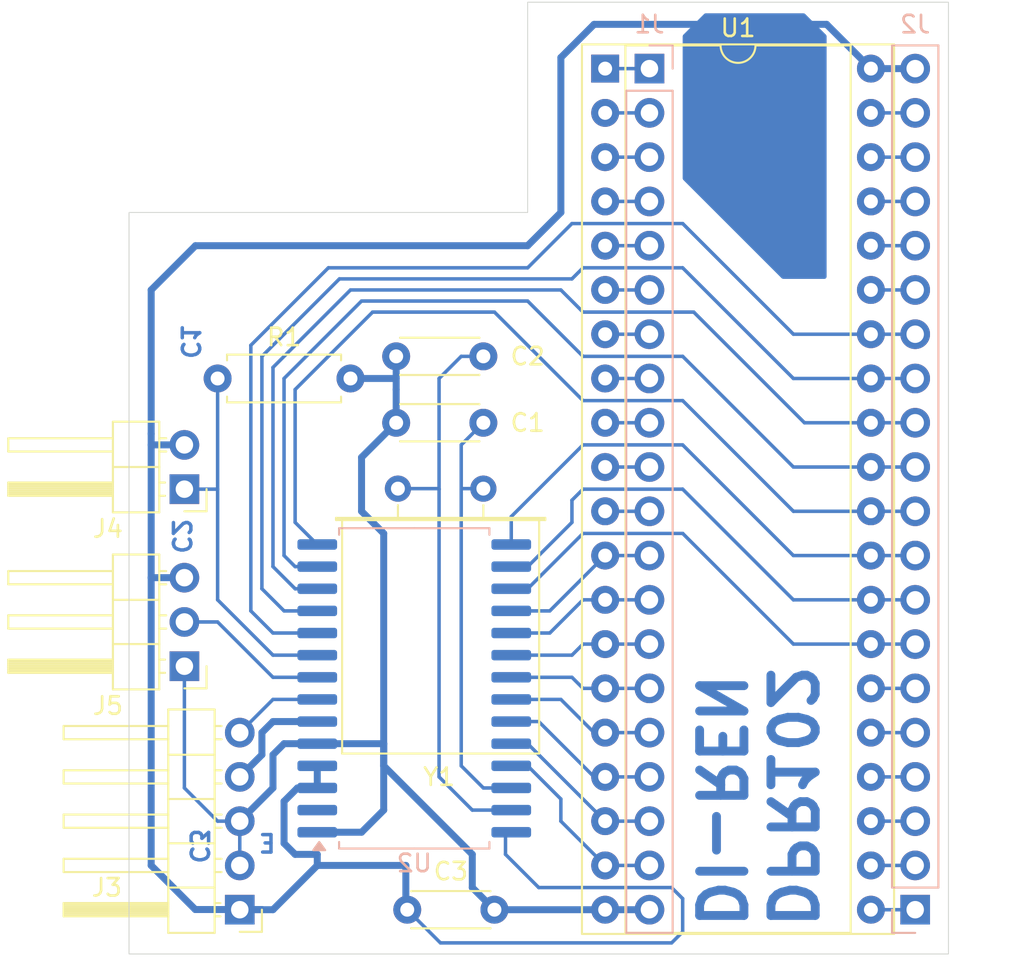
<source format=kicad_pcb>
(kicad_pcb (version 20240108) (generator "pcbnew") (generator_version "8.0")
  (title_block (title "DIREN Keyboard Interface for Sinclair QL") (date "2024-07-30") (rev "0") (company "by Alvaro Alea"))
  (layers (0 "F.Cu" signal) (31 "B.Cu" signal) (34 "B.Paste" user) (35 "F.Paste" user) (36 "B.SilkS" user "B.Silkscreen") (37 "F.SilkS" user "F.Silkscreen") (38 "B.Mask" user) (39 "F.Mask" user) (44 "Edge.Cuts" user))
  (net 0 "")
  (net 1 "Net-(U2-OSC1{slash}CLKIN)")
  (net 2 "GND")
  (net 3 "Net-(U2-OSC2{slash}CLKOUT)")
  (net 4 "+5V")
  (net 5 "Net-(J1-Pin_6)")
  (net 6 "Net-(J1-Pin_2)")
  (net 7 "Net-(J1-Pin_8)")
  (net 8 "Net-(J1-Pin_4)")
  (net 9 "Net-(J1-Pin_5)")
  (net 10 "Net-(J1-Pin_7)")
  (net 11 "Net-(J1-Pin_1)")
  (net 12 "Net-(J1-Pin_3)")
  (net 13 "Net-(J2-Pin_5)")
  (net 14 "Net-(J2-Pin_2)")
  (net 15 "Net-(J2-Pin_1)")
  (net 16 "Net-(J2-Pin_3)")
  (net 17 "Net-(J2-Pin_6)")
  (net 18 "Net-(J2-Pin_4)")
  (net 19 "Net-(J3-Pin_4)")
  (net 20 "Net-(J3-Pin_5)")
  (net 21 "Net-(J4-Pin_1)")
  (net 22 "Net-(J5-Pin_2)")
  (net 24 "/KBI06")
  (net 25 "/KBI01")
  (net 26 "/KBI05")
  (net 27 "/KBI03")
  (net 28 "/KBI04")
  (net 29 "/KBI07")
  (net 30 "/KBI02")
  (net 31 "/KBI00")
  (net 32 "Net-(J2-Pin_18)")
  (net 33 "Net-(J2-Pin_19)")
  (net 34 "Net-(J2-Pin_16)")
  (net 35 "Net-(J2-Pin_15)")
  (net 36 "Net-(J2-Pin_17)")
  (net 37 "Net-(J1-Pin_9)")
  (net 38 "Net-(J1-Pin_11)")
  (net 39 "Net-(J1-Pin_10)")
  (net 40 "/KBO03")
  (net 41 "/KBO02")
  (net 42 "/KBO05")
  (net 43 "/KBO00")
  (net 44 "/KBO07")
  (net 45 "/KBO04")
  (net 46 "/KBO06")
  (net 47 "/KBO01")
  (footprint "Package_DIP:DIP-40_W15.24mm_Socket" (layer "F.Cu") (at 101.6 63.5)
    (property "Reference" "U1" (at 7.62 -2.33 0) (layer "F.SilkS"))
    (property "Value" "8749")
    (pad "1" thru_hole rect (at 0 0) (size 1.6 1.6) (drill 0.8) (layers "*.Cu" "*.Mask") (net 11 "Net-(J1-Pin_1)"))
    (pad "2" thru_hole oval (at 0 2.54) (size 1.6 1.6) (drill 0.8) (layers "*.Cu" "*.Mask") (net 6 "Net-(J1-Pin_2)"))
    (pad "3" thru_hole oval (at 0 5.08) (size 1.6 1.6) (drill 0.8) (layers "*.Cu" "*.Mask") (net 12 "Net-(J1-Pin_3)"))
    (pad "4" thru_hole oval (at 0 7.62) (size 1.6 1.6) (drill 0.8) (layers "*.Cu" "*.Mask") (net 8 "Net-(J1-Pin_4)"))
    (pad "5" thru_hole oval (at 0 10.16) (size 1.6 1.6) (drill 0.8) (layers "*.Cu" "*.Mask") (net 9 "Net-(J1-Pin_5)"))
    (pad "6" thru_hole oval (at 0 12.7) (size 1.6 1.6) (drill 0.8) (layers "*.Cu" "*.Mask") (net 5 "Net-(J1-Pin_6)"))
    (pad "7" thru_hole oval (at 0 15.24) (size 1.6 1.6) (drill 0.8) (layers "*.Cu" "*.Mask") (net 10 "Net-(J1-Pin_7)"))
    (pad "8" thru_hole oval (at 0 17.78) (size 1.6 1.6) (drill 0.8) (layers "*.Cu" "*.Mask") (net 7 "Net-(J1-Pin_8)"))
    (pad "9" thru_hole oval (at 0 20.32) (size 1.6 1.6) (drill 0.8) (layers "*.Cu" "*.Mask") (net 37 "Net-(J1-Pin_9)"))
    (pad "10" thru_hole oval (at 0 22.86) (size 1.6 1.6) (drill 0.8) (layers "*.Cu" "*.Mask") (net 39 "Net-(J1-Pin_10)"))
    (pad "11" thru_hole oval (at 0 25.4) (size 1.6 1.6) (drill 0.8) (layers "*.Cu" "*.Mask") (net 38 "Net-(J1-Pin_11)"))
    (pad "12" thru_hole oval (at 0 27.94) (size 1.6 1.6) (drill 0.8) (layers "*.Cu" "*.Mask") (net 31 "/KBI00"))
    (pad "13" thru_hole oval (at 0 30.48) (size 1.6 1.6) (drill 0.8) (layers "*.Cu" "*.Mask") (net 25 "/KBI01"))
    (pad "14" thru_hole oval (at 0 33.02) (size 1.6 1.6) (drill 0.8) (layers "*.Cu" "*.Mask") (net 30 "/KBI02"))
    (pad "15" thru_hole oval (at 0 35.56) (size 1.6 1.6) (drill 0.8) (layers "*.Cu" "*.Mask") (net 27 "/KBI03"))
    (pad "16" thru_hole oval (at 0 38.1) (size 1.6 1.6) (drill 0.8) (layers "*.Cu" "*.Mask") (net 28 "/KBI04"))
    (pad "17" thru_hole oval (at 0 40.64) (size 1.6 1.6) (drill 0.8) (layers "*.Cu" "*.Mask") (net 26 "/KBI05"))
    (pad "18" thru_hole oval (at 0 43.18) (size 1.6 1.6) (drill 0.8) (layers "*.Cu" "*.Mask") (net 24 "/KBI06"))
    (pad "19" thru_hole oval (at 0 45.72) (size 1.6 1.6) (drill 0.8) (layers "*.Cu" "*.Mask") (net 29 "/KBI07"))
    (pad "20" thru_hole oval (at 0 48.26) (size 1.6 1.6) (drill 0.8) (layers "*.Cu" "*.Mask") (net 2 "GND"))
    (pad "21" thru_hole oval (at 15.24 48.26) (size 1.6 1.6) (drill 0.8) (layers "*.Cu" "*.Mask") (net 15 "Net-(J2-Pin_1)"))
    (pad "22" thru_hole oval (at 15.24 45.72) (size 1.6 1.6) (drill 0.8) (layers "*.Cu" "*.Mask") (net 14 "Net-(J2-Pin_2)"))
    (pad "23" thru_hole oval (at 15.24 43.18) (size 1.6 1.6) (drill 0.8) (layers "*.Cu" "*.Mask") (net 16 "Net-(J2-Pin_3)"))
    (pad "24" thru_hole oval (at 15.24 40.64) (size 1.6 1.6) (drill 0.8) (layers "*.Cu" "*.Mask") (net 18 "Net-(J2-Pin_4)"))
    (pad "25" thru_hole oval (at 15.24 38.1) (size 1.6 1.6) (drill 0.8) (layers "*.Cu" "*.Mask") (net 13 "Net-(J2-Pin_5)"))
    (pad "26" thru_hole oval (at 15.24 35.56) (size 1.6 1.6) (drill 0.8) (layers "*.Cu" "*.Mask") (net 17 "Net-(J2-Pin_6)"))
    (pad "27" thru_hole oval (at 15.24 33.02) (size 1.6 1.6) (drill 0.8) (layers "*.Cu" "*.Mask") (net 43 "/KBO00"))
    (pad "28" thru_hole oval (at 15.24 30.48) (size 1.6 1.6) (drill 0.8) (layers "*.Cu" "*.Mask") (net 47 "/KBO01"))
    (pad "29" thru_hole oval (at 15.24 27.94) (size 1.6 1.6) (drill 0.8) (layers "*.Cu" "*.Mask") (net 41 "/KBO02"))
    (pad "30" thru_hole oval (at 15.24 25.4) (size 1.6 1.6) (drill 0.8) (layers "*.Cu" "*.Mask") (net 40 "/KBO03"))
    (pad "31" thru_hole oval (at 15.24 22.86) (size 1.6 1.6) (drill 0.8) (layers "*.Cu" "*.Mask") (net 45 "/KBO04"))
    (pad "32" thru_hole oval (at 15.24 20.32) (size 1.6 1.6) (drill 0.8) (layers "*.Cu" "*.Mask") (net 42 "/KBO05"))
    (pad "33" thru_hole oval (at 15.24 17.78) (size 1.6 1.6) (drill 0.8) (layers "*.Cu" "*.Mask") (net 46 "/KBO06"))
    (pad "34" thru_hole oval (at 15.24 15.24) (size 1.6 1.6) (drill 0.8) (layers "*.Cu" "*.Mask") (net 44 "/KBO07"))
    (pad "35" thru_hole oval (at 15.24 12.7) (size 1.6 1.6) (drill 0.8) (layers "*.Cu" "*.Mask") (net 35 "Net-(J2-Pin_15)"))
    (pad "36" thru_hole oval (at 15.24 10.16) (size 1.6 1.6) (drill 0.8) (layers "*.Cu" "*.Mask") (net 34 "Net-(J2-Pin_16)"))
    (pad "37" thru_hole oval (at 15.24 7.62) (size 1.6 1.6) (drill 0.8) (layers "*.Cu" "*.Mask") (net 36 "Net-(J2-Pin_17)"))
    (pad "38" thru_hole oval (at 15.24 5.08) (size 1.6 1.6) (drill 0.8) (layers "*.Cu" "*.Mask") (net 32 "Net-(J2-Pin_18)"))
    (pad "39" thru_hole oval (at 15.24 2.54) (size 1.6 1.6) (drill 0.8) (layers "*.Cu" "*.Mask") (net 33 "Net-(J2-Pin_19)"))
    (pad "40" thru_hole oval (at 15.24 0) (size 1.6 1.6) (drill 0.8) (layers "*.Cu" "*.Mask") (net 4 "+5V"))
  )
  (footprint "Connector_PinHeader_2.54mm:PinHeader_1x03_P2.54mm_Horizontal" (layer "F.Cu") (at 77.47 97.79 180)
    (property "Reference" "J5" (at 4.385 -2.27 0) (layer "F.SilkS"))
    (property "Value" "Conn_01x03")
    (pad "1" thru_hole rect (at 0 0 180) (size 1.7 1.7) (drill 1) (layers "*.Cu" "*.Mask") (net 2 "GND"))
    (pad "2" thru_hole oval (at 0 2.54 180) (size 1.7 1.7) (drill 1) (layers "*.Cu" "*.Mask") (net 22 "Net-(J5-Pin_2)"))
    (pad "3" thru_hole oval (at 0 5.08 180) (size 1.7 1.7) (drill 1) (layers "*.Cu" "*.Mask") (net 4 "+5V"))
  )
  (footprint "Capacitor_THT:C_Disc_D4.3mm_W1.9mm_P5.00mm" (layer "F.Cu") (at 94.615 80.01 180)
    (property "Reference" "C2" (at -2.54 0 0) (layer "F.SilkS"))
    (property "Value" "27p")
    (pad "1" thru_hole circle (at 0 0 180) (size 1.6 1.6) (drill 0.8) (layers "*.Cu" "*.Mask") (net 1 "Net-(U2-OSC1{slash}CLKIN)"))
    (pad "2" thru_hole circle (at 5 0 180) (size 1.6 1.6) (drill 0.8) (layers "*.Cu" "*.Mask") (net 2 "GND"))
  )
  (footprint "Capacitor_THT:C_Disc_D4.3mm_W1.9mm_P5.00mm" (layer "F.Cu") (at 94.615 83.82 180)
    (property "Reference" "C1" (at -2.54 0 0) (layer "F.SilkS"))
    (property "Value" "27p")
    (pad "1" thru_hole circle (at 0 0 180) (size 1.6 1.6) (drill 0.8) (layers "*.Cu" "*.Mask") (net 3 "Net-(U2-OSC2{slash}CLKOUT)"))
    (pad "2" thru_hole circle (at 5 0 180) (size 1.6 1.6) (drill 0.8) (layers "*.Cu" "*.Mask") (net 2 "GND"))
  )
  (footprint "Capacitor_THT:C_Disc_D4.3mm_W1.9mm_P5.00mm" (layer "F.Cu") (at 90.25 111.76)
    (property "Reference" "C3" (at 2.5 -2.2 0) (layer "F.SilkS"))
    (property "Value" "100n")
    (pad "1" thru_hole circle (at 0 0) (size 1.6 1.6) (drill 0.8) (layers "*.Cu" "*.Mask") (net 4 "+5V"))
    (pad "2" thru_hole circle (at 5 0) (size 1.6 1.6) (drill 0.8) (layers "*.Cu" "*.Mask") (net 2 "GND"))
  )
  (footprint "Crystal:Crystal_HC49-U_Horizontal" (layer "F.Cu") (at 89.715 87.6)
    (property "Reference" "Y1" (at 2.36 16.54 180) (layer "F.SilkS"))
    (property "Value" "20Mhz")
    (pad "1" thru_hole circle (at 0 0) (size 1.5 1.5) (drill 0.8) (layers "*.Cu" "*.Mask") (net 1 "Net-(U2-OSC1{slash}CLKIN)"))
    (pad "2" thru_hole circle (at 4.9 0) (size 1.5 1.5) (drill 0.8) (layers "*.Cu" "*.Mask") (net 3 "Net-(U2-OSC2{slash}CLKOUT)"))
  )
  (footprint "Connector_PinHeader_2.54mm:PinHeader_1x02_P2.54mm_Horizontal" (layer "F.Cu") (at 77.47 87.63 180)
    (property "Reference" "J4" (at 4.385 -2.27 0) (layer "F.SilkS"))
    (property "Value" "Conn_01x02")
    (pad "1" thru_hole rect (at 0 0 180) (size 1.7 1.7) (drill 1) (layers "*.Cu" "*.Mask") (net 21 "Net-(J4-Pin_1)"))
    (pad "2" thru_hole oval (at 0 2.54 180) (size 1.7 1.7) (drill 1) (layers "*.Cu" "*.Mask") (net 4 "+5V"))
  )
  (footprint "Resistor_THT:R_Axial_DIN0207_L6.3mm_D2.5mm_P7.62mm_Horizontal" (layer "F.Cu") (at 79.375 81.28)
    (property "Reference" "R1" (at 3.81 -2.37 0) (layer "F.SilkS"))
    (property "Value" "4K7")
    (pad "1" thru_hole circle (at 0 0) (size 1.6 1.6) (drill 0.8) (layers "*.Cu" "*.Mask") (net 21 "Net-(J4-Pin_1)"))
    (pad "2" thru_hole oval (at 7.62 0) (size 1.6 1.6) (drill 0.8) (layers "*.Cu" "*.Mask") (net 2 "GND"))
  )
  (footprint "Connector_PinHeader_2.54mm:PinHeader_1x05_P2.54mm_Horizontal" (layer "F.Cu") (at 80.645 111.76 180)
    (property "Reference" "J3" (at 7.62 1.27 0) (layer "F.SilkS"))
    (property "Value" "Conn_01x05")
    (pad "1" thru_hole rect (at 0 0 180) (size 1.7 1.7) (drill 1) (layers "*.Cu" "*.Mask") (net 4 "+5V"))
    (pad "2" thru_hole oval (at 0 2.54 180) (size 1.7 1.7) (drill 1) (layers "*.Cu" "*.Mask") (net 2 "GND"))
    (pad "3" thru_hole oval (at 0 5.08 180) (size 1.7 1.7) (drill 1) (layers "*.Cu" "*.Mask") (net 2 "GND"))
    (pad "4" thru_hole oval (at 0 7.62 180) (size 1.7 1.7) (drill 1) (layers "*.Cu" "*.Mask") (net 19 "Net-(J3-Pin_4)"))
    (pad "5" thru_hole oval (at 0 10.16 180) (size 1.7 1.7) (drill 1) (layers "*.Cu" "*.Mask") (net 20 "Net-(J3-Pin_5)"))
  )
  (footprint "Connector_PinHeader_2.54mm:PinHeader_1x20_P2.54mm_Vertical" (layer "B.Cu") (at 119.38 111.76)
    (property "Reference" "J2" (at 0 -50.8 0) (layer "B.SilkS") (effects (justify mirror)))
    (property "Value" "Conn_01x20_Pin")
    (pad "1" thru_hole rect (at 0 0) (size 1.7 1.7) (drill 1) (layers "*.Cu" "*.Mask") (net 15 "Net-(J2-Pin_1)"))
    (pad "2" thru_hole oval (at 0 -2.54) (size 1.7 1.7) (drill 1) (layers "*.Cu" "*.Mask") (net 14 "Net-(J2-Pin_2)"))
    (pad "3" thru_hole oval (at 0 -5.08) (size 1.7 1.7) (drill 1) (layers "*.Cu" "*.Mask") (net 16 "Net-(J2-Pin_3)"))
    (pad "4" thru_hole oval (at 0 -7.62) (size 1.7 1.7) (drill 1) (layers "*.Cu" "*.Mask") (net 18 "Net-(J2-Pin_4)"))
    (pad "5" thru_hole oval (at 0 -10.16) (size 1.7 1.7) (drill 1) (layers "*.Cu" "*.Mask") (net 13 "Net-(J2-Pin_5)"))
    (pad "6" thru_hole oval (at 0 -12.7) (size 1.7 1.7) (drill 1) (layers "*.Cu" "*.Mask") (net 17 "Net-(J2-Pin_6)"))
    (pad "7" thru_hole oval (at 0 -15.24) (size 1.7 1.7) (drill 1) (layers "*.Cu" "*.Mask") (net 43 "/KBO00"))
    (pad "8" thru_hole oval (at 0 -17.78) (size 1.7 1.7) (drill 1) (layers "*.Cu" "*.Mask") (net 47 "/KBO01"))
    (pad "9" thru_hole oval (at 0 -20.32) (size 1.7 1.7) (drill 1) (layers "*.Cu" "*.Mask") (net 41 "/KBO02"))
    (pad "10" thru_hole oval (at 0 -22.86) (size 1.7 1.7) (drill 1) (layers "*.Cu" "*.Mask") (net 40 "/KBO03"))
    (pad "11" thru_hole oval (at 0 -25.4) (size 1.7 1.7) (drill 1) (layers "*.Cu" "*.Mask") (net 45 "/KBO04"))
    (pad "12" thru_hole oval (at 0 -27.94) (size 1.7 1.7) (drill 1) (layers "*.Cu" "*.Mask") (net 42 "/KBO05"))
    (pad "13" thru_hole oval (at 0 -30.48) (size 1.7 1.7) (drill 1) (layers "*.Cu" "*.Mask") (net 46 "/KBO06"))
    (pad "14" thru_hole oval (at 0 -33.02) (size 1.7 1.7) (drill 1) (layers "*.Cu" "*.Mask") (net 44 "/KBO07"))
    (pad "15" thru_hole oval (at 0 -35.56) (size 1.7 1.7) (drill 1) (layers "*.Cu" "*.Mask") (net 35 "Net-(J2-Pin_15)"))
    (pad "16" thru_hole oval (at 0 -38.1) (size 1.7 1.7) (drill 1) (layers "*.Cu" "*.Mask") (net 34 "Net-(J2-Pin_16)"))
    (pad "17" thru_hole oval (at 0 -40.64) (size 1.7 1.7) (drill 1) (layers "*.Cu" "*.Mask") (net 36 "Net-(J2-Pin_17)"))
    (pad "18" thru_hole oval (at 0 -43.18) (size 1.7 1.7) (drill 1) (layers "*.Cu" "*.Mask") (net 32 "Net-(J2-Pin_18)"))
    (pad "19" thru_hole oval (at 0 -45.72) (size 1.7 1.7) (drill 1) (layers "*.Cu" "*.Mask") (net 33 "Net-(J2-Pin_19)"))
    (pad "20" thru_hole oval (at 0 -48.26) (size 1.7 1.7) (drill 1) (layers "*.Cu" "*.Mask") (net 4 "+5V"))
  )
  (footprint "Package_SO:SOP-28_8.4x18.16mm_P1.27mm" (layer "B.Cu") (at 90.6525 99.06)
    (property "Reference" "U2" (at 0 10.03 180) (layer "B.SilkS") (effects (justify mirror)))
    (property "Value" "PIC16C5X")
    (pad "1" smd roundrect (at -5.5625 8.255) (size 2.275 0.6) (layers "B.Cu" "B.Paste" "B.Mask") (net 2 "GND"))
    (pad "2" smd roundrect (at -5.5625 6.985) (size 2.275 0.6) (layers "B.Cu" "B.Paste" "B.Mask"))
    (pad "3" smd roundrect (at -5.5625 5.715) (size 2.275 0.6) (layers "B.Cu" "B.Paste" "B.Mask") (net 4 "+5V"))
    (pad "4" smd roundrect (at -5.5625 4.445) (size 2.275 0.6) (layers "B.Cu" "B.Paste" "B.Mask") (net 4 "+5V"))
    (pad "5" smd roundrect (at -5.5625 3.175) (size 2.275 0.6) (layers "B.Cu" "B.Paste" "B.Mask") (net 2 "GND"))
    (pad "6" smd roundrect (at -5.5625 1.905) (size 2.275 0.6) (layers "B.Cu" "B.Paste" "B.Mask") (net 19 "Net-(J3-Pin_4)"))
    (pad "7" smd roundrect (at -5.5625 0.635) (size 2.275 0.6) (layers "B.Cu" "B.Paste" "B.Mask") (net 20 "Net-(J3-Pin_5)"))
    (pad "8" smd roundrect (at -5.5625 -0.635) (size 2.275 0.6) (layers "B.Cu" "B.Paste" "B.Mask") (net 22 "Net-(J5-Pin_2)"))
    (pad "9" smd roundrect (at -5.5625 -1.905) (size 2.275 0.6) (layers "B.Cu" "B.Paste" "B.Mask") (net 21 "Net-(J4-Pin_1)"))
    (pad "10" smd roundrect (at -5.5625 -3.175) (size 2.275 0.6) (layers "B.Cu" "B.Paste" "B.Mask") (net 44 "/KBO07"))
    (pad "11" smd roundrect (at -5.5625 -4.445) (size 2.275 0.6) (layers "B.Cu" "B.Paste" "B.Mask") (net 46 "/KBO06"))
    (pad "12" smd roundrect (at -5.5625 -5.715) (size 2.275 0.6) (layers "B.Cu" "B.Paste" "B.Mask") (net 42 "/KBO05"))
    (pad "13" smd roundrect (at -5.5625 -6.985) (size 2.275 0.6) (layers "B.Cu" "B.Paste" "B.Mask") (net 45 "/KBO04"))
    (pad "14" smd roundrect (at -5.5625 -8.255) (size 2.275 0.6) (layers "B.Cu" "B.Paste" "B.Mask") (net 40 "/KBO03"))
    (pad "15" smd roundrect (at 5.5625 -8.255) (size 2.275 0.6) (layers "B.Cu" "B.Paste" "B.Mask") (net 41 "/KBO02"))
    (pad "16" smd roundrect (at 5.5625 -6.985) (size 2.275 0.6) (layers "B.Cu" "B.Paste" "B.Mask") (net 47 "/KBO01"))
    (pad "17" smd roundrect (at 5.5625 -5.715) (size 2.275 0.6) (layers "B.Cu" "B.Paste" "B.Mask") (net 43 "/KBO00"))
    (pad "18" smd roundrect (at 5.5625 -4.445) (size 2.275 0.6) (layers "B.Cu" "B.Paste" "B.Mask") (net 31 "/KBI00"))
    (pad "19" smd roundrect (at 5.5625 -3.175) (size 2.275 0.6) (layers "B.Cu" "B.Paste" "B.Mask") (net 25 "/KBI01"))
    (pad "20" smd roundrect (at 5.5625 -1.905) (size 2.275 0.6) (layers "B.Cu" "B.Paste" "B.Mask") (net 30 "/KBI02"))
    (pad "21" smd roundrect (at 5.5625 -0.635) (size 2.275 0.6) (layers "B.Cu" "B.Paste" "B.Mask") (net 27 "/KBI03"))
    (pad "22" smd roundrect (at 5.5625 0.635) (size 2.275 0.6) (layers "B.Cu" "B.Paste" "B.Mask") (net 28 "/KBI04"))
    (pad "23" smd roundrect (at 5.5625 1.905) (size 2.275 0.6) (layers "B.Cu" "B.Paste" "B.Mask") (net 26 "/KBI05"))
    (pad "24" smd roundrect (at 5.5625 3.175) (size 2.275 0.6) (layers "B.Cu" "B.Paste" "B.Mask") (net 24 "/KBI06"))
    (pad "25" smd roundrect (at 5.5625 4.445) (size 2.275 0.6) (layers "B.Cu" "B.Paste" "B.Mask") (net 29 "/KBI07"))
    (pad "26" smd roundrect (at 5.5625 5.715) (size 2.275 0.6) (layers "B.Cu" "B.Paste" "B.Mask") (net 3 "Net-(U2-OSC2{slash}CLKOUT)"))
    (pad "27" smd roundrect (at 5.5625 6.985) (size 2.275 0.6) (layers "B.Cu" "B.Paste" "B.Mask") (net 1 "Net-(U2-OSC1{slash}CLKIN)"))
    (pad "28" smd roundrect (at 5.5625 8.255) (size 2.275 0.6) (layers "B.Cu" "B.Paste" "B.Mask") (net 4 "+5V"))
  )
  (footprint "Connector_PinHeader_2.54mm:PinHeader_1x20_P2.54mm_Vertical" (layer "B.Cu") (at 104.14 63.5 180)
    (property "Reference" "J1" (at 0 2.54 0) (layer "B.SilkS") (effects (justify mirror)))
    (property "Value" "Conn_01x20_Pin")
    (pad "1" thru_hole rect (at 0 0 180) (size 1.7 1.7) (drill 1) (layers "*.Cu" "*.Mask") (net 11 "Net-(J1-Pin_1)"))
    (pad "2" thru_hole oval (at 0 -2.54 180) (size 1.7 1.7) (drill 1) (layers "*.Cu" "*.Mask") (net 6 "Net-(J1-Pin_2)"))
    (pad "3" thru_hole oval (at 0 -5.08 180) (size 1.7 1.7) (drill 1) (layers "*.Cu" "*.Mask") (net 12 "Net-(J1-Pin_3)"))
    (pad "4" thru_hole oval (at 0 -7.62 180) (size 1.7 1.7) (drill 1) (layers "*.Cu" "*.Mask") (net 8 "Net-(J1-Pin_4)"))
    (pad "5" thru_hole oval (at 0 -10.16 180) (size 1.7 1.7) (drill 1) (layers "*.Cu" "*.Mask") (net 9 "Net-(J1-Pin_5)"))
    (pad "6" thru_hole oval (at 0 -12.7 180) (size 1.7 1.7) (drill 1) (layers "*.Cu" "*.Mask") (net 5 "Net-(J1-Pin_6)"))
    (pad "7" thru_hole oval (at 0 -15.24 180) (size 1.7 1.7) (drill 1) (layers "*.Cu" "*.Mask") (net 10 "Net-(J1-Pin_7)"))
    (pad "8" thru_hole oval (at 0 -17.78 180) (size 1.7 1.7) (drill 1) (layers "*.Cu" "*.Mask") (net 7 "Net-(J1-Pin_8)"))
    (pad "9" thru_hole oval (at 0 -20.32 180) (size 1.7 1.7) (drill 1) (layers "*.Cu" "*.Mask") (net 37 "Net-(J1-Pin_9)"))
    (pad "10" thru_hole oval (at 0 -22.86 180) (size 1.7 1.7) (drill 1) (layers "*.Cu" "*.Mask") (net 39 "Net-(J1-Pin_10)"))
    (pad "11" thru_hole oval (at 0 -25.4 180) (size 1.7 1.7) (drill 1) (layers "*.Cu" "*.Mask") (net 38 "Net-(J1-Pin_11)"))
    (pad "12" thru_hole oval (at 0 -27.94 180) (size 1.7 1.7) (drill 1) (layers "*.Cu" "*.Mask") (net 31 "/KBI00"))
    (pad "13" thru_hole oval (at 0 -30.48 180) (size 1.7 1.7) (drill 1) (layers "*.Cu" "*.Mask") (net 25 "/KBI01"))
    (pad "14" thru_hole oval (at 0 -33.02 180) (size 1.7 1.7) (drill 1) (layers "*.Cu" "*.Mask") (net 30 "/KBI02"))
    (pad "15" thru_hole oval (at 0 -35.56 180) (size 1.7 1.7) (drill 1) (layers "*.Cu" "*.Mask") (net 27 "/KBI03"))
    (pad "16" thru_hole oval (at 0 -38.1 180) (size 1.7 1.7) (drill 1) (layers "*.Cu" "*.Mask") (net 28 "/KBI04"))
    (pad "17" thru_hole oval (at 0 -40.64 180) (size 1.7 1.7) (drill 1) (layers "*.Cu" "*.Mask") (net 26 "/KBI05"))
    (pad "18" thru_hole oval (at 0 -43.18 180) (size 1.7 1.7) (drill 1) (layers "*.Cu" "*.Mask") (net 24 "/KBI06"))
    (pad "19" thru_hole oval (at 0 -45.72 180) (size 1.7 1.7) (drill 1) (layers "*.Cu" "*.Mask") (net 29 "/KBI07"))
    (pad "20" thru_hole oval (at 0 -48.26 180) (size 1.7 1.7) (drill 1) (layers "*.Cu" "*.Mask") (net 2 "GND"))
  )
  (gr_poly (pts (xy 121.285 114.3) (xy 74.295 114.3) (xy 74.295 71.755) (xy 97.155 71.755) (xy 97.155 59.69) (xy 121.285 59.69)) (stroke (width 0.05)) (fill none) (layer "Edge.Cuts"))
  (gr_text "C3" (at 77.724 109.22 -90) (layer "B.Cu") (effects (font (size 1 1) (thickness 0.2) (bold yes)) (justify left bottom mirror)))
  (gr_text "C1" (at 77.216 80.264 -90) (layer "B.Cu") (effects (font (size 1 1) (thickness 0.2) (bold yes)) (justify left bottom mirror)))
  (gr_text "DPR102\nDI-REN" (at 106.68 113.03 270) (layer "B.Cu") (effects (font (size 2.54 2.54) (thickness 0.508) (bold yes)) (justify left bottom mirror)))
  (gr_text "E" (at 82.804 108.585 0) (layer "B.Cu") (effects (font (size 1 1) (thickness 0.2) (bold yes)) (justify left bottom mirror)))
  (gr_text "C2" (at 76.708 91.44 -90) (layer "B.Cu") (effects (font (size 1 1) (thickness 0.2) (bold yes)) (justify left bottom mirror)))
  (segment (start 92.045 87.6) (end 92.075 87.63) (width 0.2) (layer "B.Cu") (net 1))
  (segment (start 92.075 104.14) (end 93.98 106.045) (width 0.2) (layer "B.Cu") (net 1))
  (segment (start 92.075 87.63) (end 92.075 104.14) (width 0.2) (layer "B.Cu") (net 1))
  (segment (start 92.075 81.28) (end 92.075 87.63) (width 0.2) (layer "B.Cu") (net 1))
  (segment (start 94.615 80.01) (end 93.345 80.01) (width 0.2) (layer "B.Cu") (net 1))
  (segment (start 93.98 106.045) (end 96.215 106.045) (width 0.2) (layer "B.Cu") (net 1))
  (segment (start 89.715 87.6) (end 92.045 87.6) (width 0.2) (layer "B.Cu") (net 1))
  (segment (start 93.345 80.01) (end 92.075 81.28) (width 0.2) (layer "B.Cu") (net 1))
  (segment (start 86.995 81.28) (end 89.615 81.28) (width 0.4) (layer "B.Cu") (net 2))
  (segment (start 85.09 107.315) (end 87.63 107.315) (width 0.4) (layer "B.Cu") (net 2))
  (segment (start 88.9 103.505) (end 93.98 108.585) (width 0.4) (layer "B.Cu") (net 2))
  (segment (start 89.615 81.915) (end 89.615 80.01) (width 0.4) (layer "B.Cu") (net 2))
  (segment (start 88.9 102.235) (end 88.9 103.505) (width 0.4) (layer "B.Cu") (net 2))
  (segment (start 88.9 102.235) (end 88.9 90.17) (width 0.4) (layer "B.Cu") (net 2))
  (segment (start 89.615 83.82) (end 89.615 81.915) (width 0.4) (layer "B.Cu") (net 2))
  (segment (start 82.55 102.87) (end 83.185 102.235) (width 0.4) (layer "B.Cu") (net 2))
  (segment (start 77.47 104.775) (end 79.375 106.68) (width 0.2) (layer "B.Cu") (net 2))
  (segment (start 88.9 106.045) (end 87.63 107.315) (width 0.4) (layer "B.Cu") (net 2))
  (segment (start 80.645 106.68) (end 82.55 104.775) (width 0.4) (layer "B.Cu") (net 2))
  (segment (start 82.55 104.775) (end 82.55 102.87) (width 0.4) (layer "B.Cu") (net 2))
  (segment (start 87.63 88.9) (end 87.63 85.805) (width 0.4) (layer "B.Cu") (net 2))
  (segment (start 80.645 106.68) (end 80.645 109.22) (width 0.2) (layer "B.Cu") (net 2))
  (segment (start 83.185 102.235) (end 84.43 102.235) (width 0.4) (layer "B.Cu") (net 2))
  (segment (start 85.09 102.235) (end 88.9 102.235) (width 0.4) (layer "B.Cu") (net 2))
  (segment (start 95.25 111.76) (end 93.98 110.49) (width 0.4) (layer "B.Cu") (net 2))
  (segment (start 93.98 110.49) (end 93.98 108.585) (width 0.4) (layer "B.Cu") (net 2))
  (segment (start 88.9 90.17) (end 87.63 88.9) (width 0.4) (layer "B.Cu") (net 2))
  (segment (start 101.6 111.76) (end 95.25 111.76) (width 0.4) (layer "B.Cu") (net 2))
  (segment (start 88.9 102.235) (end 88.9 106.045) (width 0.4) (layer "B.Cu") (net 2))
  (segment (start 101.6 111.76) (end 104.14 111.76) (width 0.4) (layer "B.Cu") (net 2))
  (segment (start 87.63 85.805) (end 89.615 83.82) (width 0.4) (layer "B.Cu") (net 2))
  (segment (start 79.375 106.68) (end 80.645 106.68) (width 0.2) (layer "B.Cu") (net 2))
  (segment (start 77.47 97.79) (end 77.47 104.775) (width 0.2) (layer "B.Cu") (net 2))
  (segment (start 96.215 104.775) (end 94.615 104.775) (width 0.2) (layer "B.Cu") (net 3))
  (segment (start 93.345 85.09) (end 93.345 87.63) (width 0.2) (layer "B.Cu") (net 3))
  (segment (start 93.345 87.63) (end 93.345 103.505) (width 0.2) (layer "B.Cu") (net 3))
  (segment (start 94.615 104.775) (end 93.345 103.505) (width 0.2) (layer "B.Cu") (net 3))
  (segment (start 94.615 83.82) (end 93.345 85.09) (width 0.2) (layer "B.Cu") (net 3))
  (segment (start 93.375 87.6) (end 93.345 87.63) (width 0.2) (layer "B.Cu") (net 3))
  (segment (start 94.615 87.6) (end 93.375 87.6) (width 0.2) (layer "B.Cu") (net 3))
  (segment (start 83.82 108.585) (end 85.09 108.585) (width 0.4) (layer "B.Cu") (net 4))
  (segment (start 105.41 113.665) (end 92.155 113.665) (width 0.2) (layer "B.Cu") (net 4))
  (segment (start 95.885 107.315) (end 95.885 108.585) (width 0.2) (layer "B.Cu") (net 4))
  (segment (start 99.06 71.755) (end 99.06 62.865) (width 0.4) (layer "B.Cu") (net 4))
  (segment (start 90.17 111.68) (end 90.17 109.22) (width 0.4) (layer "B.Cu") (net 4))
  (segment (start 114.3 60.96) (end 116.84 63.5) (width 0.4) (layer "B.Cu") (net 4))
  (segment (start 85.09 109.22) (end 90.17 109.22) (width 0.4) (layer "B.Cu") (net 4))
  (segment (start 85.09 109.22) (end 82.55 111.76) (width 0.4) (layer "B.Cu") (net 4))
  (segment (start 75.565 76.2) (end 78.105 73.66) (width 0.4) (layer "B.Cu") (net 4))
  (segment (start 83.185 105.542501) (end 83.185 107.95) (width 0.4) (layer "B.Cu") (net 4))
  (segment (start 97.79 110.49) (end 105.41 110.49) (width 0.2) (layer "B.Cu") (net 4))
  (segment (start 85.09 103.505) (end 85.09 104.775) (width 0.4) (layer "B.Cu") (net 4))
  (segment (start 92.155 113.665) (end 90.25 111.76) (width 0.2) (layer "B.Cu") (net 4))
  (segment (start 82.55 111.76) (end 80.645 111.76) (width 0.4) (layer "B.Cu") (net 4))
  (segment (start 85.09 104.775) (end 83.952501 104.775) (width 0.4) (layer "B.Cu") (net 4))
  (segment (start 83.952501 104.775) (end 83.185 105.542501) (width 0.4) (layer "B.Cu") (net 4))
  (segment (start 106.045 111.125) (end 106.045 113.03) (width 0.2) (layer "B.Cu") (net 4))
  (segment (start 100.965 60.96) (end 114.3 60.96) (width 0.4) (layer "B.Cu") (net 4))
  (segment (start 116.84 63.5) (end 119.38 63.5) (width 0.4) (layer "B.Cu") (net 4))
  (segment (start 83.185 107.95) (end 83.82 108.585) (width 0.4) (layer "B.Cu") (net 4))
  (segment (start 77.47 85.09) (end 75.565 85.09) (width 0.4) (layer "B.Cu") (net 4))
  (segment (start 97.155 73.66) (end 99.06 71.755) (width 0.4) (layer "B.Cu") (net 4))
  (segment (start 106.045 113.03) (end 105.41 113.665) (width 0.2) (layer "B.Cu") (net 4))
  (segment (start 105.41 110.49) (end 106.045 111.125) (width 0.2) (layer "B.Cu") (net 4))
  (segment (start 78.095 111.75) (end 75.565 109.22) (width 0.4) (layer "B.Cu") (net 4))
  (segment (start 81.925 111.75) (end 78.095 111.75) (width 0.4) (layer "B.Cu") (net 4))
  (segment (start 75.565 84.455) (end 75.565 76.2) (width 0.4) (layer "B.Cu") (net 4))
  (segment (start 78.105 73.66) (end 97.155 73.66) (width 0.4) (layer "B.Cu") (net 4))
  (segment (start 75.565 92.71) (end 75.565 84.455) (width 0.4) (layer "B.Cu") (net 4))
  (segment (start 95.885 108.585) (end 97.79 110.49) (width 0.2) (layer "B.Cu") (net 4))
  (segment (start 75.565 109.22) (end 75.565 92.71) (width 0.4) (layer "B.Cu") (net 4))
  (segment (start 77.47 92.71) (end 75.565 92.71) (width 0.4) (layer "B.Cu") (net 4))
  (segment (start 99.06 62.865) (end 100.965 60.96) (width 0.4) (layer "B.Cu") (net 4))
  (segment (start 85.09 108.585) (end 85.09 109.22) (width 0.4) (layer "B.Cu") (net 4))
  (segment (start 101.6 76.2) (end 104.14 76.2) (width 0.2) (layer "B.Cu") (net 5))
  (segment (start 101.6 66.04) (end 104.14 66.04) (width 0.2) (layer "B.Cu") (net 6))
  (segment (start 101.6 81.28) (end 104.14 81.28) (width 0.2) (layer "B.Cu") (net 7))
  (segment (start 101.6 71.12) (end 104.14 71.12) (width 0.2) (layer "B.Cu") (net 8))
  (segment (start 101.6 73.66) (end 104.14 73.66) (width 0.2) (layer "B.Cu") (net 9))
  (segment (start 101.6 78.74) (end 104.14 78.74) (width 0.2) (layer "B.Cu") (net 10))
  (segment (start 101.6 63.5) (end 104.14 63.5) (width 0.2) (layer "B.Cu") (net 11))
  (segment (start 101.6 68.58) (end 104.14 68.58) (width 0.2) (layer "B.Cu") (net 12))
  (segment (start 116.84 101.6) (end 119.38 101.6) (width 0.2) (layer "B.Cu") (net 13))
  (segment (start 116.84 109.22) (end 119.38 109.22) (width 0.2) (layer "B.Cu") (net 14))
  (segment (start 116.84 111.76) (end 119.38 111.76) (width 0.2) (layer "B.Cu") (net 15))
  (segment (start 116.84 106.68) (end 119.38 106.68) (width 0.2) (layer "B.Cu") (net 16))
  (segment (start 116.84 99.06) (end 119.38 99.06) (width 0.2) (layer "B.Cu") (net 17))
  (segment (start 116.84 104.14) (end 119.38 104.14) (width 0.2) (layer "B.Cu") (net 18))
  (segment (start 80.645 104.14) (end 81.915 102.87) (width 0.4) (layer "B.Cu") (net 19))
  (segment (start 81.915 101.6) (end 82.55 100.965) (width 0.4) (layer "B.Cu") (net 19))
  (segment (start 82.55 100.965) (end 84.43 100.965) (width 0.4) (layer "B.Cu") (net 19))
  (segment (start 81.915 102.87) (end 81.915 101.6) (width 0.4) (layer "B.Cu") (net 19))
  (segment (start 82.55 99.695) (end 84.43 99.695) (width 0.2) (layer "B.Cu") (net 20))
  (segment (start 80.645 101.6) (end 82.55 99.695) (width 0.2) (layer "B.Cu") (net 20))
  (segment (start 77.47 87.63) (end 79.375 87.63) (width 0.2) (layer "B.Cu") (net 21))
  (segment (start 85.09 97.155) (end 82.55 97.155) (width 0.2) (layer "B.Cu") (net 21))
  (segment (start 79.375 81.28) (end 79.375 93.98) (width 0.2) (layer "B.Cu") (net 21))
  (segment (start 79.375 81.915) (end 79.375 81.28) (width 0.2) (layer "B.Cu") (net 21))
  (segment (start 82.55 97.155) (end 79.375 93.98) (width 0.2) (layer "B.Cu") (net 21))
  (segment (start 82.55 98.425) (end 84.43 98.425) (width 0.2) (layer "B.Cu") (net 22))
  (segment (start 77.47 95.25) (end 79.375 95.25) (width 0.2) (layer "B.Cu") (net 22))
  (segment (start 79.375 95.25) (end 82.55 98.425) (width 0.2) (layer "B.Cu") (net 22))
  (segment (start 97.155 102.235) (end 101.6 106.68) (width 0.2) (layer "B.Cu") (net 24))
  (segment (start 101.6 106.68) (end 104.14 106.68) (width 0.2) (layer "B.Cu") (net 24))
  (segment (start 98.425 95.885) (end 100.33 93.98) (width 0.2) (layer "B.Cu") (net 25))
  (segment (start 101.6 93.98) (end 100.33 93.98) (width 0.2) (layer "B.Cu") (net 25))
  (segment (start 98.425 95.885) (end 97.155 95.885) (width 0.2) (layer "B.Cu") (net 25))
  (segment (start 101.6 93.98) (end 104.14 93.98) (width 0.2) (layer "B.Cu") (net 25))
  (segment (start 100.965 104.14) (end 97.79 100.965) (width 0.2) (layer "B.Cu") (net 26))
  (segment (start 97.79 100.965) (end 97.155 100.965) (width 0.2) (layer "B.Cu") (net 26))
  (segment (start 101.6 104.14) (end 104.14 104.14) (width 0.2) (layer "B.Cu") (net 26))
  (segment (start 101.6 99.06) (end 100.33 99.06) (width 0.2) (layer "B.Cu") (net 27))
  (segment (start 101.6 99.06) (end 104.14 99.06) (width 0.2) (layer "B.Cu") (net 27))
  (segment (start 100.33 99.06) (end 99.695 98.425) (width 0.2) (layer "B.Cu") (net 27))
  (segment (start 99.695 98.425) (end 97.155 98.425) (width 0.2) (layer "B.Cu") (net 27))
  (segment (start 99.06 99.695) (end 100.965 101.6) (width 0.2) (layer "B.Cu") (net 28))
  (segment (start 97.155 99.695) (end 99.06 99.695) (width 0.2) (layer "B.Cu") (net 28))
  (segment (start 101.6 101.6) (end 104.14 101.6) (width 0.2) (layer "B.Cu") (net 28))
  (segment (start 99.06 105.41) (end 97.155 103.505) (width 0.2) (layer "B.Cu") (net 29))
  (segment (start 101.6 109.22) (end 104.14 109.22) (width 0.2) (layer "B.Cu") (net 29))
  (segment (start 101.6 109.22) (end 99.06 106.68) (width 0.2) (layer "B.Cu") (net 29))
  (segment (start 99.06 105.41) (end 99.06 106.68) (width 0.2) (layer "B.Cu") (net 29))
  (segment (start 97.155 97.155) (end 99.695 97.155) (width 0.2) (layer "B.Cu") (net 30))
  (segment (start 101.6 96.52) (end 100.33 96.52) (width 0.2) (layer "B.Cu") (net 30))
  (segment (start 101.6 96.52) (end 104.14 96.52) (width 0.2) (layer "B.Cu") (net 30))
  (segment (start 99.695 97.155) (end 100.33 96.52) (width 0.2) (layer "B.Cu") (net 30))
  (segment (start 97.155 94.615) (end 98.425 94.615) (width 0.2) (layer "B.Cu") (net 31))
  (segment (start 101.6 91.44) (end 98.425 94.615) (width 0.2) (layer "B.Cu") (net 31))
  (segment (start 101.6 91.44) (end 104.14 91.44) (width 0.2) (layer "B.Cu") (net 31))
  (segment (start 116.84 68.58) (end 119.38 68.58) (width 0.2) (layer "B.Cu") (net 32))
  (segment (start 116.84 66.04) (end 119.38 66.04) (width 0.2) (layer "B.Cu") (net 33))
  (segment (start 116.84 73.66) (end 119.38 73.66) (width 0.2) (layer "B.Cu") (net 34))
  (segment (start 116.84 76.2) (end 119.38 76.2) (width 0.2) (layer "B.Cu") (net 35))
  (segment (start 116.84 71.12) (end 119.38 71.12) (width 0.2) (layer "B.Cu") (net 36))
  (segment (start 101.6 83.82) (end 104.14 83.82) (width 0.2) (layer "B.Cu") (net 37))
  (segment (start 101.6 88.9) (end 104.14 88.9) (width 0.2) (layer "B.Cu") (net 38))
  (segment (start 101.6 86.36) (end 104.14 86.36) (width 0.2) (layer "B.Cu") (net 39))
  (segment (start 85.09 90.805) (end 83.82 89.535) (width 0.2) (layer "B.Cu") (net 40))
  (segment (start 95.25 77.47) (end 88.265 77.47) (width 0.2) (layer "B.Cu") (net 40))
  (segment (start 83.82 81.915) (end 83.82 89.535) (width 0.2) (layer "B.Cu") (net 40))
  (segment (start 116.84 88.9) (end 119.38 88.9) (width 0.2) (layer "B.Cu") (net 40))
  (segment (start 100.33 82.55) (end 95.25 77.47) (width 0.2) (layer "B.Cu") (net 40))
  (segment (start 116.84 88.9) (end 112.395 88.9) (width 0.2) (layer "B.Cu") (net 40))
  (segment (start 106.045 82.55) (end 100.33 82.55) (width 0.2) (layer "B.Cu") (net 40))
  (segment (start 112.395 88.9) (end 106.045 82.55) (width 0.2) (layer "B.Cu") (net 40))
  (segment (start 88.265 77.47) (end 83.82 81.915) (width 0.2) (layer "B.Cu") (net 40))
  (segment (start 96.215 89.205) (end 100.33 85.09) (width 0.2) (layer "B.Cu") (net 41))
  (segment (start 112.395 91.44) (end 116.84 91.44) (width 0.2) (layer "B.Cu") (net 41))
  (segment (start 116.84 91.44) (end 119.38 91.44) (width 0.2) (layer "B.Cu") (net 41))
  (segment (start 100.33 85.09) (end 106.045 85.09) (width 0.2) (layer "B.Cu") (net 41))
  (segment (start 96.215 90.805) (end 96.215 89.205) (width 0.2) (layer "B.Cu") (net 41))
  (segment (start 106.045 85.09) (end 112.395 91.44) (width 0.2) (layer "B.Cu") (net 41))
  (segment (start 83.82 93.345) (end 82.55 92.075) (width 0.2) (layer "B.Cu") (net 42))
  (segment (start 86.995 76.2) (end 99.06 76.2) (width 0.2) (layer "B.Cu") (net 42))
  (segment (start 113.03 83.82) (end 116.84 83.82) (width 0.2) (layer "B.Cu") (net 42))
  (segment (start 99.06 76.2) (end 100.33 77.47) (width 0.2) (layer "B.Cu") (net 42))
  (segment (start 106.68 77.47) (end 113.03 83.82) (width 0.2) (layer "B.Cu") (net 42))
  (segment (start 100.33 77.47) (end 106.68 77.47) (width 0.2) (layer "B.Cu") (net 42))
  (segment (start 86.995 76.2) (end 82.55 80.645) (width 0.2) (layer "B.Cu") (net 42))
  (segment (start 83.82 93.345) (end 85.09 93.345) (width 0.2) (layer "B.Cu") (net 42))
  (segment (start 82.55 92.075) (end 82.55 80.645) (width 0.2) (layer "B.Cu") (net 42))
  (segment (start 116.84 83.82) (end 119.38 83.82) (width 0.2) (layer "B.Cu") (net 42))
  (segment (start 116.84 96.52) (end 112.395 96.52) (width 0.2) (layer "B.Cu") (net 43))
  (segment (start 106.045 90.17) (end 100.33 90.17) (width 0.2) (layer "B.Cu") (net 43))
  (segment (start 116.84 96.52) (end 119.38 96.52) (width 0.2) (layer "B.Cu") (net 43))
  (segment (start 112.395 96.52) (end 106.045 90.17) (width 0.2) (layer "B.Cu") (net 43))
  (segment (start 100.33 90.17) (end 97.155 93.345) (width 0.2) (layer "B.Cu") (net 43))
  (segment (start 116.84 78.74) (end 112.395 78.74) (width 0.2) (layer "B.Cu") (net 44))
  (segment (start 106.045 72.39) (end 99.695 72.39) (width 0.2) (layer "B.Cu") (net 44))
  (segment (start 82.55 95.885) (end 85.09 95.885) (width 0.2) (layer "B.Cu") (net 44))
  (segment (start 85.725 74.93) (end 81.28 79.375) (width 0.2) (layer "B.Cu") (net 44))
  (segment (start 99.695 72.39) (end 97.155 74.93) (width 0.2) (layer "B.Cu") (net 44))
  (segment (start 97.155 74.93) (end 85.725 74.93) (width 0.2) (layer "B.Cu") (net 44))
  (segment (start 116.84 78.74) (end 119.38 78.74) (width 0.2) (layer "B.Cu") (net 44))
  (segment (start 81.28 94.615) (end 82.55 95.885) (width 0.2) (layer "B.Cu") (net 44))
  (segment (start 81.28 79.375) (end 81.28 94.615) (width 0.2) (layer "B.Cu") (net 44))
  (segment (start 112.395 78.74) (end 106.045 72.39) (width 0.2) (layer "B.Cu") (net 44))
  (segment (start 97.155 76.835) (end 87.63 76.835) (width 0.2) (layer "B.Cu") (net 45))
  (segment (start 112.395 86.36) (end 106.045 80.01) (width 0.2) (layer "B.Cu") (net 45))
  (segment (start 116.84 86.36) (end 112.395 86.36) (width 0.2) (layer "B.Cu") (net 45))
  (segment (start 83.185 81.28) (end 83.185 91.44) (width 0.2) (layer "B.Cu") (net 45))
  (segment (start 100.33 80.01) (end 97.155 76.835) (width 0.2) (layer "B.Cu") (net 45))
  (segment (start 106.045 80.01) (end 100.33 80.01) (width 0.2) (layer "B.Cu") (net 45))
  (segment (start 116.84 86.36) (end 119.38 86.36) (width 0.2) (layer "B.Cu") (net 45))
  (segment (start 87.63 76.835) (end 83.185 81.28) (width 0.2) (layer "B.Cu") (net 45))
  (segment (start 83.185 91.44) (end 83.82 92.075) (width 0.2) (layer "B.Cu") (net 45))
  (segment (start 83.82 92.075) (end 85.09 92.075) (width 0.2) (layer "B.Cu") (net 45))
  (segment (start 100.33 74.93) (end 99.695 75.565) (width 0.2) (layer "B.Cu") (net 46))
  (segment (start 81.915 80.01) (end 81.915 93.345) (width 0.2) (layer "B.Cu") (net 46))
  (segment (start 106.045 74.93) (end 100.33 74.93) (width 0.2) (layer "B.Cu") (net 46))
  (segment (start 81.915 93.345) (end 83.185 94.615) (width 0.2) (layer "B.Cu") (net 46))
  (segment (start 86.36 75.565) (end 81.915 80.01) (width 0.2) (layer "B.Cu") (net 46))
  (segment (start 83.185 94.615) (end 85.09 94.615) (width 0.2) (layer "B.Cu") (net 46))
  (segment (start 116.84 81.28) (end 119.38 81.28) (width 0.2) (layer "B.Cu") (net 46))
  (segment (start 99.695 75.565) (end 86.36 75.565) (width 0.2) (layer "B.Cu") (net 46))
  (segment (start 112.395 81.28) (end 106.045 74.93) (width 0.2) (layer "B.Cu") (net 46))
  (segment (start 116.84 81.28) (end 112.395 81.28) (width 0.2) (layer "B.Cu") (net 46))
  (segment (start 116.84 93.98) (end 112.395 93.98) (width 0.2) (layer "B.Cu") (net 47))
  (segment (start 116.84 93.98) (end 119.38 93.98) (width 0.2) (layer "B.Cu") (net 47))
  (segment (start 99.695 88.265) (end 99.695 89.535) (width 0.2) (layer "B.Cu") (net 47))
  (segment (start 112.395 93.98) (end 106.045 87.63) (width 0.2) (layer "B.Cu") (net 47))
  (segment (start 100.33 87.63) (end 99.695 88.265) (width 0.2) (layer "B.Cu") (net 47))
  (segment (start 99.695 89.535) (end 97.155 92.075) (width 0.2) (layer "B.Cu") (net 47))
  (segment (start 106.045 87.63) (end 100.33 87.63) (width 0.2) (layer "B.Cu") (net 47))
  (zone (net 4) (net_name "+5V") (layer "B.Cu") (connect_pads (clearance 0.5)) (min_thickness 0.25) (fill yes (thermal_gap 0.5) (thermal_bridge_width 0.5))
    (polygon (pts (xy 107.315 60.325) (xy 106.045 61.595) (xy 106.045 69.85) (xy 111.76 75.565) (xy 114.3 75.565) (xy 114.3 61.595) (xy 113.03 60.325)))
  )
)
</source>
